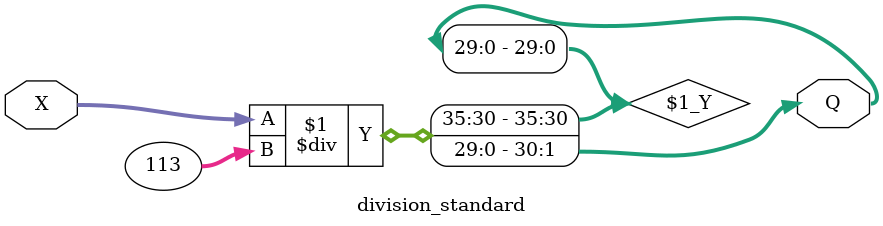
<source format=v>
module division_standard( X, Q);//, R);

input  [36:1] X;
output [30:1] Q; 
//output [7:1] R;

assign Q = X / 113;

//assign R = X % 113;

endmodule

</source>
